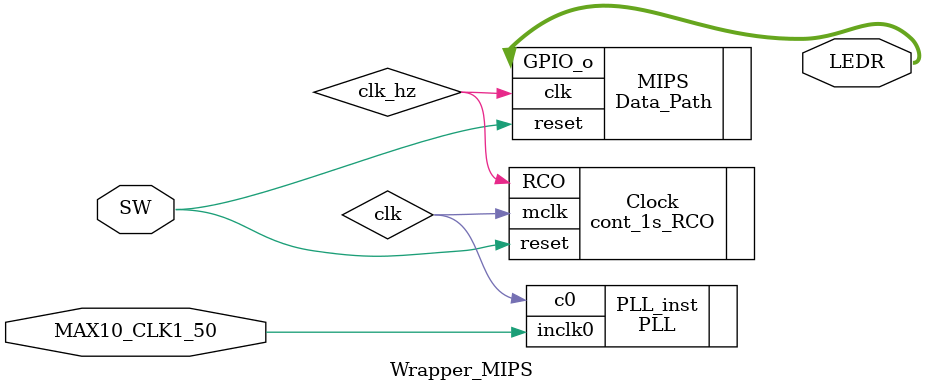
<source format=v>
module Wrapper_MIPS
(
	input MAX10_CLK1_50,
	input [9:9] SW,
	output [7:0] LEDR
);

wire clk, clk_hz;

PLL	PLL_inst (.inclk0( MAX10_CLK1_50 ), .c0(clk));

cont_1s_RCO Clock(.mclk(clk), .reset(SW), .RCO(clk_hz));

Data_Path MIPS(.clk(clk_hz), .reset(SW), .GPIO_o(LEDR));


endmodule 
</source>
